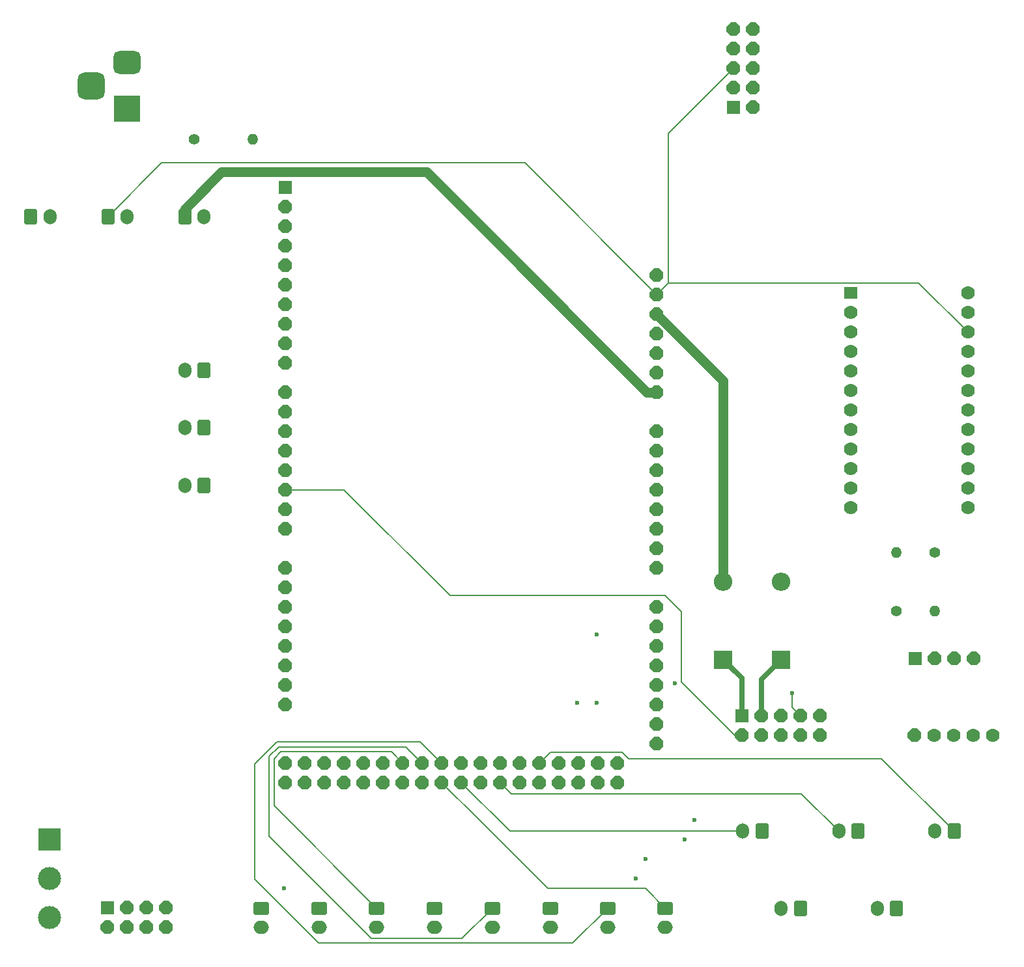
<source format=gbr>
%TF.GenerationSoftware,KiCad,Pcbnew,8.0.4*%
%TF.CreationDate,2024-09-16T22:19:33-06:00*%
%TF.ProjectId,main V3b,6d61696e-2056-4336-922e-6b696361645f,rev?*%
%TF.SameCoordinates,Original*%
%TF.FileFunction,Copper,L3,Inr*%
%TF.FilePolarity,Positive*%
%FSLAX46Y46*%
G04 Gerber Fmt 4.6, Leading zero omitted, Abs format (unit mm)*
G04 Created by KiCad (PCBNEW 8.0.4) date 2024-09-16 22:19:33*
%MOMM*%
%LPD*%
G01*
G04 APERTURE LIST*
G04 Aperture macros list*
%AMRoundRect*
0 Rectangle with rounded corners*
0 $1 Rounding radius*
0 $2 $3 $4 $5 $6 $7 $8 $9 X,Y pos of 4 corners*
0 Add a 4 corners polygon primitive as box body*
4,1,4,$2,$3,$4,$5,$6,$7,$8,$9,$2,$3,0*
0 Add four circle primitives for the rounded corners*
1,1,$1+$1,$2,$3*
1,1,$1+$1,$4,$5*
1,1,$1+$1,$6,$7*
1,1,$1+$1,$8,$9*
0 Add four rect primitives between the rounded corners*
20,1,$1+$1,$2,$3,$4,$5,0*
20,1,$1+$1,$4,$5,$6,$7,0*
20,1,$1+$1,$6,$7,$8,$9,0*
20,1,$1+$1,$8,$9,$2,$3,0*%
%AMOutline5P*
0 Free polygon, 5 corners , with rotation*
0 The origin of the aperture is its center*
0 number of corners: always 5*
0 $1 to $10 corner X, Y*
0 $11 Rotation angle, in degrees counterclockwise*
0 create outline with 5 corners*
4,1,5,$1,$2,$3,$4,$5,$6,$7,$8,$9,$10,$1,$2,$11*%
%AMOutline6P*
0 Free polygon, 6 corners , with rotation*
0 The origin of the aperture is its center*
0 number of corners: always 6*
0 $1 to $12 corner X, Y*
0 $13 Rotation angle, in degrees counterclockwise*
0 create outline with 6 corners*
4,1,6,$1,$2,$3,$4,$5,$6,$7,$8,$9,$10,$11,$12,$1,$2,$13*%
%AMOutline7P*
0 Free polygon, 7 corners , with rotation*
0 The origin of the aperture is its center*
0 number of corners: always 7*
0 $1 to $14 corner X, Y*
0 $15 Rotation angle, in degrees counterclockwise*
0 create outline with 7 corners*
4,1,7,$1,$2,$3,$4,$5,$6,$7,$8,$9,$10,$11,$12,$13,$14,$1,$2,$15*%
%AMOutline8P*
0 Free polygon, 8 corners , with rotation*
0 The origin of the aperture is its center*
0 number of corners: always 8*
0 $1 to $16 corner X, Y*
0 $17 Rotation angle, in degrees counterclockwise*
0 create outline with 8 corners*
4,1,8,$1,$2,$3,$4,$5,$6,$7,$8,$9,$10,$11,$12,$13,$14,$15,$16,$1,$2,$17*%
G04 Aperture macros list end*
%TA.AperFunction,ComponentPad*%
%ADD10R,1.778000X1.778000*%
%TD*%
%TA.AperFunction,ComponentPad*%
%ADD11Outline8P,-0.889000X0.368236X-0.368236X0.889000X0.368236X0.889000X0.889000X0.368236X0.889000X-0.368236X0.368236X-0.889000X-0.368236X-0.889000X-0.889000X-0.368236X0.000000*%
%TD*%
%TA.AperFunction,ComponentPad*%
%ADD12R,3.500000X3.500000*%
%TD*%
%TA.AperFunction,ComponentPad*%
%ADD13RoundRect,0.750000X-1.000000X0.750000X-1.000000X-0.750000X1.000000X-0.750000X1.000000X0.750000X0*%
%TD*%
%TA.AperFunction,ComponentPad*%
%ADD14RoundRect,0.875000X-0.875000X0.875000X-0.875000X-0.875000X0.875000X-0.875000X0.875000X0.875000X0*%
%TD*%
%TA.AperFunction,ComponentPad*%
%ADD15RoundRect,0.250000X-0.750000X0.600000X-0.750000X-0.600000X0.750000X-0.600000X0.750000X0.600000X0*%
%TD*%
%TA.AperFunction,ComponentPad*%
%ADD16O,2.000000X1.700000*%
%TD*%
%TA.AperFunction,ComponentPad*%
%ADD17C,1.400000*%
%TD*%
%TA.AperFunction,ComponentPad*%
%ADD18O,1.400000X1.400000*%
%TD*%
%TA.AperFunction,ComponentPad*%
%ADD19Outline8P,-0.889000X0.368236X-0.368236X0.889000X0.368236X0.889000X0.889000X0.368236X0.889000X-0.368236X0.368236X-0.889000X-0.368236X-0.889000X-0.889000X-0.368236X90.000000*%
%TD*%
%TA.AperFunction,ComponentPad*%
%ADD20RoundRect,0.250000X-0.600000X-0.750000X0.600000X-0.750000X0.600000X0.750000X-0.600000X0.750000X0*%
%TD*%
%TA.AperFunction,ComponentPad*%
%ADD21O,1.700000X2.000000*%
%TD*%
%TA.AperFunction,ComponentPad*%
%ADD22RoundRect,0.250000X0.600000X0.750000X-0.600000X0.750000X-0.600000X-0.750000X0.600000X-0.750000X0*%
%TD*%
%TA.AperFunction,ComponentPad*%
%ADD23R,2.400000X2.400000*%
%TD*%
%TA.AperFunction,ComponentPad*%
%ADD24O,2.400000X2.400000*%
%TD*%
%TA.AperFunction,ComponentPad*%
%ADD25R,3.000000X3.000000*%
%TD*%
%TA.AperFunction,ComponentPad*%
%ADD26C,3.000000*%
%TD*%
%TA.AperFunction,ComponentPad*%
%ADD27Outline8P,-0.889000X0.368236X-0.368236X0.889000X0.368236X0.889000X0.889000X0.368236X0.889000X-0.368236X0.368236X-0.889000X-0.368236X-0.889000X-0.889000X-0.368236X180.000000*%
%TD*%
%TA.AperFunction,ComponentPad*%
%ADD28R,1.778000X1.524000*%
%TD*%
%TA.AperFunction,ComponentPad*%
%ADD29C,1.778000*%
%TD*%
%TA.AperFunction,ViaPad*%
%ADD30C,1.270000*%
%TD*%
%TA.AperFunction,ViaPad*%
%ADD31C,0.600000*%
%TD*%
%TA.AperFunction,Conductor*%
%ADD32C,1.270000*%
%TD*%
%TA.AperFunction,Conductor*%
%ADD33C,0.635000*%
%TD*%
%TA.AperFunction,Conductor*%
%ADD34C,0.200000*%
%TD*%
G04 APERTURE END LIST*
D10*
%TO.N,Net-(R2-Pad1)*%
%TO.C,U$2*%
X184960000Y-125000000D03*
D11*
%TO.N,Net-(R3-Pad2)*%
X187500000Y-125000000D03*
%TO.N,GND*%
X190040000Y-125000000D03*
%TO.N,/5V*%
X192580000Y-125000000D03*
%TD*%
D12*
%TO.N,/RAW_IN*%
%TO.C,J1*%
X82500000Y-53500000D03*
D13*
%TO.N,unconnected-(J1-Pad2)*%
X82500000Y-47500000D03*
D14*
%TO.N,GND*%
X77800000Y-50500000D03*
%TD*%
D15*
%TO.N,Net-(SW6A-S)*%
%TO.C,SW6*%
X137500000Y-157500000D03*
D16*
%TO.N,GND*%
X137500000Y-160000000D03*
%TD*%
D15*
%TO.N,Net-(SW4A-S)*%
%TO.C,SW4*%
X122450000Y-157500000D03*
D16*
%TO.N,GND*%
X122450000Y-160000000D03*
%TD*%
D15*
%TO.N,Net-(SW1A-S)*%
%TO.C,SW1*%
X99950000Y-157500000D03*
D16*
%TO.N,GND*%
X99950000Y-160000000D03*
%TD*%
D17*
%TO.N,Net-(R2-Pad1)*%
%TO.C,R2*%
X182500000Y-118810000D03*
D18*
%TO.N,/5V*%
X182500000Y-111190000D03*
%TD*%
D19*
%TO.N,unconnected-(1-Pad3V3)*%
%TO.C,1*%
X163830000Y-43180000D03*
%TO.N,/5V*%
X161290000Y-43180000D03*
D10*
%TO.N,GND*%
X161290000Y-53340000D03*
D19*
X161290000Y-45720000D03*
%TO.N,unconnected-(1-PadINT)*%
X161290000Y-50800000D03*
%TO.N,Net-(U1-12)*%
X163830000Y-45720000D03*
%TO.N,Net-(U1-11)*%
X163830000Y-48260000D03*
%TO.N,/RESET*%
X161290000Y-48260000D03*
%TO.N,Net-(U1-13)*%
X163830000Y-53340000D03*
%TO.N,Net-(U1-10)*%
X163830000Y-50800000D03*
%TD*%
D20*
%TO.N,/5V*%
%TO.C,POWER_LED0*%
X90000000Y-67500000D03*
D21*
%TO.N,Net-(POWER_LED0B-S)*%
X92500000Y-67500000D03*
%TD*%
D22*
%TO.N,Net-(JACK_CON3A-S)*%
%TO.C,JACK_CON3*%
X177500000Y-147500000D03*
D21*
%TO.N,Net-(JACK_CON3B-S)*%
X175000000Y-147500000D03*
%TD*%
D22*
%TO.N,Net-(JACK_CON1A-S)*%
%TO.C,JACK_CON1*%
X165000000Y-147500000D03*
D21*
%TO.N,Net-(JACK_CON1B-S)*%
X162500000Y-147500000D03*
%TD*%
D10*
%TO.N,Net-(D2-K)*%
%TO.C,U$3*%
X162380000Y-132460000D03*
D11*
%TO.N,Net-(D1-K)*%
X164920000Y-132460000D03*
%TO.N,GND*%
X167460000Y-132460000D03*
%TO.N,/MISO*%
X172540000Y-135000000D03*
%TO.N,/MOSI*%
X172540000Y-132460000D03*
%TO.N,/SCK*%
X170000000Y-132460000D03*
%TO.N,/D48*%
X170000000Y-135000000D03*
%TO.N,/D2*%
X162380000Y-135000000D03*
%TO.N,/D53*%
X167460000Y-135000000D03*
%TO.N,Net-(U$1-PadD49)*%
X164920000Y-135000000D03*
%TD*%
D22*
%TO.N,Net-(SECTION_2_BUTTON0A-KL)*%
%TO.C,SECTION_2_BUTTON0*%
X92500000Y-95000000D03*
D21*
%TO.N,GND*%
X90000000Y-95000000D03*
%TD*%
D15*
%TO.N,Net-(SW5A-S)*%
%TO.C,SW5*%
X129950000Y-157500000D03*
D16*
%TO.N,GND*%
X129950000Y-160000000D03*
%TD*%
D20*
%TO.N,/RESET*%
%TO.C,RESET0*%
X80000000Y-67500000D03*
D21*
%TO.N,GND*%
X82500000Y-67500000D03*
%TD*%
D20*
%TO.N,/RAW_IN*%
%TO.C,PWR_IN0*%
X70000000Y-67500000D03*
D21*
%TO.N,/5V*%
X72500000Y-67500000D03*
%TD*%
D23*
%TO.N,Net-(D2-K)*%
%TO.C,D2*%
X160000000Y-125160000D03*
D24*
%TO.N,/3V3*%
X160000000Y-115000000D03*
%TD*%
D15*
%TO.N,Net-(SW3A-S)*%
%TO.C,SW3*%
X114950000Y-157500000D03*
D16*
%TO.N,GND*%
X114950000Y-160000000D03*
%TD*%
D22*
%TO.N,Net-(JACK_CON5A-S)*%
%TO.C,JACK_CON5*%
X190000000Y-147500000D03*
D21*
%TO.N,Net-(JACK_CON5B-S)*%
X187500000Y-147500000D03*
%TD*%
D15*
%TO.N,Net-(SW2A-S)*%
%TO.C,SW2*%
X107450000Y-157500000D03*
D16*
%TO.N,GND*%
X107450000Y-160000000D03*
%TD*%
D17*
%TO.N,Net-(POWER_LED0B-S)*%
%TO.C,R1*%
X91190000Y-57500000D03*
D18*
%TO.N,GND*%
X98810000Y-57500000D03*
%TD*%
D15*
%TO.N,Net-(SW8A-S)*%
%TO.C,SW8*%
X152450000Y-157500000D03*
D16*
%TO.N,GND*%
X152450000Y-160000000D03*
%TD*%
D10*
%TO.N,Net-(U$1-PadD22)*%
%TO.C,U$4*%
X79960000Y-157460000D03*
D11*
%TO.N,Net-(U$1-PadD23)*%
X82500000Y-157460000D03*
%TO.N,Net-(U$1-PadD24)*%
X85040000Y-157460000D03*
%TO.N,Net-(U$1-PadD25)*%
X87580000Y-157460000D03*
%TO.N,Net-(U$1-PadD26)*%
X79960000Y-160000000D03*
%TO.N,Net-(U$1-PadD27)*%
X82500000Y-160000000D03*
%TO.N,Net-(U$1-PadD28)*%
X85040000Y-160000000D03*
%TO.N,/D29*%
X87580000Y-160000000D03*
%TD*%
D15*
%TO.N,Net-(SW7A-S)*%
%TO.C,SW7*%
X144950000Y-157500000D03*
D16*
%TO.N,GND*%
X144950000Y-160000000D03*
%TD*%
D25*
%TO.N,/5V*%
%TO.C,X1*%
X72390000Y-148590000D03*
D26*
%TO.N,Net-(X1B-KL)*%
X72390000Y-153670000D03*
%TO.N,GND*%
X72390000Y-158750000D03*
%TD*%
D27*
%TO.N,/3V3*%
%TO.C,U$1*%
X151328500Y-80210000D03*
%TO.N,Net-(U$1-5V-Pad5V@1)*%
X151328500Y-82750000D03*
X103068500Y-138630000D03*
X103068500Y-141170000D03*
%TO.N,unconnected-(U$1-PadA0)*%
X151328500Y-95450000D03*
%TO.N,unconnected-(U$1-PadA1)*%
X151328500Y-97990000D03*
%TO.N,unconnected-(U$1-PadA2)*%
X151328500Y-100530000D03*
%TO.N,unconnected-(U$1-PadA3)*%
X151328500Y-103070000D03*
%TO.N,unconnected-(U$1-PadA4)*%
X151328500Y-105610000D03*
%TO.N,unconnected-(U$1-PadA5)*%
X151328500Y-108150000D03*
%TO.N,unconnected-(U$1-PadA6)*%
X151328500Y-110690000D03*
%TO.N,unconnected-(U$1-PadA7)*%
X151328500Y-113230000D03*
%TO.N,unconnected-(U$1-PadA8)*%
X151328500Y-118310000D03*
%TO.N,unconnected-(U$1-PadA9)*%
X151328500Y-120850000D03*
%TO.N,unconnected-(U$1-PadA10)*%
X151328500Y-123390000D03*
%TO.N,unconnected-(U$1-PadA11)*%
X151328500Y-125930000D03*
%TO.N,unconnected-(U$1-PadA12)*%
X151328500Y-128470000D03*
%TO.N,unconnected-(U$1-PadA13)*%
X151328500Y-131010000D03*
%TO.N,unconnected-(U$1-PadA14)*%
X151328500Y-133550000D03*
%TO.N,unconnected-(U$1-PadA15)*%
X151328500Y-136090000D03*
%TO.N,unconnected-(U$1-PadAREF)*%
X103068500Y-68780000D03*
%TO.N,Net-(U1-TXD)*%
X103068500Y-108150000D03*
%TO.N,Net-(U1-RXI)*%
X103068500Y-105610000D03*
%TO.N,/D2*%
X103068500Y-103070000D03*
%TO.N,unconnected-(U$1-PadD3)*%
X103068500Y-100530000D03*
%TO.N,Net-(R2-Pad1)*%
X103068500Y-97990000D03*
%TO.N,Net-(R3-Pad2)*%
X103068500Y-95450000D03*
%TO.N,unconnected-(U$1-PadD6)*%
X103068500Y-92910000D03*
%TO.N,unconnected-(U$1-PadD7)*%
X103068500Y-90370000D03*
%TO.N,Net-(X1B-KL)*%
X103068500Y-86560000D03*
%TO.N,Net-(SECTION_1_BUTTON0A-KL)*%
X103068500Y-84020000D03*
%TO.N,Net-(SECTION_2_BUTTON0A-KL)*%
X103068500Y-81480000D03*
%TO.N,Net-(SECTION_3_BUTTON0A-KL)*%
X103068500Y-78940000D03*
%TO.N,unconnected-(U$1-PadD12)*%
X103068500Y-76400000D03*
%TO.N,unconnected-(U$1-PadD13)*%
X103068500Y-73860000D03*
%TO.N,unconnected-(U$1-PadD14)*%
X103068500Y-113230000D03*
%TO.N,unconnected-(U$1-PadD15)*%
X103068500Y-115770000D03*
%TO.N,unconnected-(U$1-PadD16)*%
X103068500Y-118310000D03*
%TO.N,unconnected-(U$1-PadD17)*%
X103068500Y-120850000D03*
%TO.N,unconnected-(U$1-PadD18)*%
X103068500Y-123390000D03*
%TO.N,unconnected-(U$1-PadD19)*%
X103068500Y-125930000D03*
%TO.N,Net-(U$1-PadD20)*%
X103068500Y-128470000D03*
%TO.N,/D21*%
X103068500Y-131010000D03*
%TO.N,Net-(U$1-PadD22)*%
X105608500Y-138630000D03*
%TO.N,Net-(U$1-PadD23)*%
X105608500Y-141170000D03*
%TO.N,Net-(U$1-PadD24)*%
X108148500Y-138630000D03*
%TO.N,Net-(U$1-PadD25)*%
X108148500Y-141170000D03*
%TO.N,Net-(U$1-PadD26)*%
X110688500Y-138630000D03*
%TO.N,Net-(U$1-PadD27)*%
X110688500Y-141170000D03*
%TO.N,Net-(U$1-PadD28)*%
X113228500Y-138630000D03*
%TO.N,/D29*%
X113228500Y-141170000D03*
%TO.N,Net-(SW1A-S)*%
X115768500Y-138630000D03*
%TO.N,Net-(SW2A-S)*%
X115768500Y-141170000D03*
%TO.N,Net-(SW3A-S)*%
X118308500Y-138630000D03*
%TO.N,Net-(SW4A-S)*%
X118308500Y-141170000D03*
%TO.N,Net-(SW5A-S)*%
X120848500Y-138630000D03*
%TO.N,Net-(SW6A-S)*%
X120848500Y-141170000D03*
%TO.N,Net-(SW7A-S)*%
X123388500Y-138630000D03*
%TO.N,Net-(SW8A-S)*%
X123388500Y-141170000D03*
%TO.N,Net-(JACK_CON1A-S)*%
X125928500Y-138630000D03*
%TO.N,Net-(JACK_CON1B-S)*%
X125928500Y-141170000D03*
%TO.N,Net-(JACK_CON2A-S)*%
X128468500Y-138630000D03*
%TO.N,Net-(JACK_CON2B-S)*%
X128468500Y-141170000D03*
%TO.N,Net-(JACK_CON3A-S)*%
X131008500Y-138630000D03*
%TO.N,Net-(JACK_CON3B-S)*%
X131008500Y-141170000D03*
%TO.N,Net-(JACK_CON4A-S)*%
X133548500Y-138630000D03*
%TO.N,Net-(JACK_CON4B-S)*%
X133548500Y-141170000D03*
%TO.N,Net-(JACK_CON5A-S)*%
X136088500Y-138630000D03*
%TO.N,Net-(JACK_CON5B-S)*%
X136088500Y-141170000D03*
%TO.N,/D48*%
X138628500Y-138630000D03*
%TO.N,Net-(U$1-PadD49)*%
X138628500Y-141170000D03*
%TO.N,/MISO*%
X141168500Y-138630000D03*
%TO.N,/MOSI*%
X141168500Y-141170000D03*
%TO.N,/SCK*%
X143708500Y-138630000D03*
%TO.N,/D53*%
X143708500Y-141170000D03*
%TO.N,GND*%
X103068500Y-71320000D03*
X151328500Y-87830000D03*
X151328500Y-85290000D03*
X146248500Y-138630000D03*
X146248500Y-141170000D03*
%TO.N,unconnected-(U$1-PadIOREF)*%
X151328500Y-75130000D03*
%TO.N,/RESET*%
X151328500Y-77670000D03*
D10*
%TO.N,unconnected-(U$1-PadSCL)*%
X103068500Y-63700000D03*
D27*
%TO.N,unconnected-(U$1-PadSDA)*%
X103068500Y-66240000D03*
%TO.N,/5V*%
X151328500Y-90370000D03*
%TD*%
D22*
%TO.N,Net-(JACK_CON2A-S)*%
%TO.C,JACK_CON2*%
X170000000Y-157500000D03*
D21*
%TO.N,Net-(JACK_CON2B-S)*%
X167500000Y-157500000D03*
%TD*%
D22*
%TO.N,Net-(SECTION_1_BUTTON0A-KL)*%
%TO.C,SECTION_1_BUTTON0*%
X92500000Y-102500000D03*
D21*
%TO.N,GND*%
X90000000Y-102500000D03*
%TD*%
D28*
%TO.N,Net-(U1-TXD)*%
%TO.C,U1*%
X176530000Y-77470000D03*
D29*
%TO.N,Net-(U1-RXI)*%
X176530000Y-80010000D03*
%TO.N,unconnected-(U1-GND{slash}RST-Pad2)*%
X176530000Y-82550000D03*
%TO.N,unconnected-(U1-GND-Pad3)*%
X176530000Y-85090000D03*
%TO.N,unconnected-(U1-2-Pad4)*%
X176530000Y-87630000D03*
%TO.N,unconnected-(U1-3-Pad5)*%
X176530000Y-90170000D03*
%TO.N,unconnected-(U1-4-Pad6)*%
X176530000Y-92710000D03*
%TO.N,unconnected-(U1-5-Pad7)*%
X176530000Y-95250000D03*
%TO.N,unconnected-(U1-6-Pad8)*%
X176530000Y-97790000D03*
%TO.N,unconnected-(U1-7-Pad9)*%
X176530000Y-100330000D03*
%TO.N,unconnected-(U1-8-Pad10)*%
X176530000Y-102870000D03*
%TO.N,unconnected-(U1-9-Pad11)*%
X176530000Y-105410000D03*
%TO.N,Net-(U1-10)*%
X191770000Y-105410000D03*
%TO.N,Net-(U1-11)*%
X191770000Y-102870000D03*
%TO.N,Net-(U1-12)*%
X191770000Y-100330000D03*
%TO.N,Net-(U1-13)*%
X191770000Y-97790000D03*
%TO.N,unconnected-(U1-A0-Pad16)*%
X191770000Y-95250000D03*
%TO.N,unconnected-(U1-A1-Pad17)*%
X191770000Y-92710000D03*
%TO.N,unconnected-(U1-A2-Pad18)*%
X191770000Y-90170000D03*
%TO.N,unconnected-(U1-A3-Pad19)*%
X191770000Y-87630000D03*
%TO.N,/5V*%
X191770000Y-85090000D03*
%TO.N,/RESET*%
X191770000Y-82550000D03*
%TO.N,GND*%
X191770000Y-80010000D03*
%TO.N,unconnected-(U1-RAW-Pad23)*%
X191770000Y-77470000D03*
%TD*%
D22*
%TO.N,Net-(JACK_CON4A-S)*%
%TO.C,JACK_CON4*%
X182500000Y-157500000D03*
D21*
%TO.N,Net-(JACK_CON4B-S)*%
X180000000Y-157500000D03*
%TD*%
D17*
%TO.N,/5V*%
%TO.C,R3*%
X187500000Y-111190000D03*
D18*
%TO.N,Net-(R3-Pad2)*%
X187500000Y-118810000D03*
%TD*%
D29*
%TO.N,/5V*%
%TO.C,U$5*%
X192500000Y-135000000D03*
D11*
%TO.N,/D21*%
X184880000Y-135000000D03*
D29*
%TO.N,Net-(U$1-PadD20)*%
X187420000Y-135000000D03*
%TO.N,GND*%
X195040000Y-135000000D03*
%TO.N,unconnected-(U$5-PadSW)*%
X189960000Y-135000000D03*
%TD*%
D22*
%TO.N,Net-(SECTION_3_BUTTON0A-KL)*%
%TO.C,SECTION_3_BUTTON0*%
X92500000Y-87500000D03*
D21*
%TO.N,GND*%
X90000000Y-87500000D03*
%TD*%
D23*
%TO.N,Net-(D1-K)*%
%TO.C,D1*%
X167500000Y-125160000D03*
D24*
%TO.N,/5V*%
X167500000Y-115000000D03*
%TD*%
D30*
%TO.N,/5V*%
X123190000Y-63500000D03*
D31*
%TO.N,Net-(JACK_CON5B-S)*%
X148590000Y-153670000D03*
%TO.N,/SCK*%
X143510000Y-121920000D03*
X168910000Y-129540000D03*
X143510000Y-130810000D03*
%TO.N,/MOSI*%
X154940000Y-148590000D03*
%TO.N,/D48*%
X153670000Y-128270000D03*
%TO.N,Net-(U$1-5V-Pad5V@1)*%
X102870000Y-154940000D03*
%TO.N,/D53*%
X156210000Y-146050000D03*
%TO.N,/MISO*%
X140970000Y-130810000D03*
%TO.N,Net-(U$1-PadD49)*%
X149860000Y-151130000D03*
%TD*%
D32*
%TO.N,/5V*%
X90000000Y-67500000D02*
X90000000Y-66500000D01*
X90000000Y-66500000D02*
X94781200Y-61718800D01*
X121408800Y-61718800D02*
X123190000Y-63500000D01*
X150060000Y-90370000D02*
X151328500Y-90370000D01*
X123190000Y-63500000D02*
X150060000Y-90370000D01*
X94781200Y-61718800D02*
X121408800Y-61718800D01*
D33*
%TO.N,Net-(D1-K)*%
X164920000Y-127740000D02*
X167500000Y-125160000D01*
X164920000Y-132460000D02*
X164920000Y-127740000D01*
%TO.N,Net-(D2-K)*%
X162380000Y-127540000D02*
X160000000Y-125160000D01*
X162380000Y-132460000D02*
X162380000Y-127540000D01*
D32*
%TO.N,/3V3*%
X160000000Y-115000000D02*
X160000000Y-88881500D01*
X160000000Y-88881500D02*
X151328500Y-80210000D01*
D34*
%TO.N,Net-(JACK_CON1A-S)*%
X165000000Y-147420000D02*
X165100000Y-147320000D01*
X165000000Y-147500000D02*
X165000000Y-147420000D01*
%TO.N,Net-(JACK_CON1B-S)*%
X132258500Y-147500000D02*
X162500000Y-147500000D01*
X125928500Y-141170000D02*
X132258500Y-147500000D01*
%TO.N,Net-(JACK_CON2B-S)*%
X128468500Y-141168500D02*
X128270000Y-140970000D01*
X128468500Y-141170000D02*
X128468500Y-141168500D01*
%TO.N,Net-(JACK_CON3B-S)*%
X131008500Y-141170000D02*
X132454700Y-142616200D01*
X132454700Y-142616200D02*
X170116200Y-142616200D01*
X170116200Y-142616200D02*
X175000000Y-147500000D01*
%TO.N,Net-(JACK_CON5A-S)*%
X137534700Y-137183800D02*
X136088500Y-138630000D01*
X190000000Y-147500000D02*
X180530964Y-138030964D01*
X147694700Y-138030964D02*
X146847536Y-137183800D01*
X146847536Y-137183800D02*
X137534700Y-137183800D01*
X180530964Y-138030964D02*
X147694700Y-138030964D01*
%TO.N,/RESET*%
X152847700Y-76150800D02*
X152847700Y-56702300D01*
X152847700Y-76150800D02*
X185370800Y-76150800D01*
X134185100Y-60526600D02*
X151328500Y-77670000D01*
X152847700Y-56702300D02*
X161290000Y-48260000D01*
X86973400Y-60526600D02*
X134185100Y-60526600D01*
X151328500Y-77670000D02*
X152847700Y-76150800D01*
X185370800Y-76150800D02*
X191770000Y-82550000D01*
X80000000Y-67500000D02*
X86973400Y-60526600D01*
%TO.N,Net-(SW3A-S)*%
X101622300Y-144172300D02*
X101622300Y-138030964D01*
X114950000Y-157500000D02*
X101622300Y-144172300D01*
X102493264Y-137160000D02*
X116838500Y-137160000D01*
X116838500Y-137160000D02*
X118308500Y-138630000D01*
X101622300Y-138030964D02*
X102493264Y-137160000D01*
%TO.N,Net-(SW5A-S)*%
X118722800Y-136502800D02*
X120848500Y-138628500D01*
X114217119Y-161407200D02*
X100965100Y-148155181D01*
X102221042Y-136502800D02*
X118722800Y-136502800D01*
X129950000Y-157500000D02*
X126042800Y-161407200D01*
X100965100Y-137758742D02*
X102221042Y-136502800D01*
X120848500Y-138628500D02*
X120848500Y-138630000D01*
X126042800Y-161407200D02*
X114217119Y-161407200D01*
X100965100Y-148155181D02*
X100965100Y-137758742D01*
%TO.N,Net-(SW7A-S)*%
X120604100Y-135845600D02*
X123388500Y-138630000D01*
X101948820Y-135845600D02*
X120604100Y-135845600D01*
X107374319Y-162064400D02*
X99060000Y-153750081D01*
X99060000Y-153750081D02*
X99060000Y-138734420D01*
X140385600Y-162064400D02*
X107374319Y-162064400D01*
X99060000Y-138734420D02*
X101948820Y-135845600D01*
X144950000Y-157500000D02*
X140385600Y-162064400D01*
%TO.N,Net-(SW8A-S)*%
X128268500Y-146050000D02*
X128270000Y-146050000D01*
X128268500Y-146050000D02*
X123388500Y-141170000D01*
X137160000Y-154940000D02*
X149890000Y-154940000D01*
X149890000Y-154940000D02*
X152450000Y-157500000D01*
X128270000Y-146050000D02*
X137160000Y-154940000D01*
%TO.N,/SCK*%
X168910000Y-129540000D02*
X168910000Y-131370000D01*
X168910000Y-131370000D02*
X170000000Y-132460000D01*
%TO.N,/D2*%
X154527200Y-128036200D02*
X154527200Y-118967200D01*
X110690000Y-103070000D02*
X103068500Y-103070000D01*
X161491000Y-135000000D02*
X154527200Y-128036200D01*
X154527200Y-118967200D02*
X152400000Y-116840000D01*
X124460000Y-116840000D02*
X110690000Y-103070000D01*
X152400000Y-116840000D02*
X124460000Y-116840000D01*
X162380000Y-135000000D02*
X161491000Y-135000000D01*
%TO.N,Net-(U$1-PadD49)*%
X138628500Y-141170000D02*
X138430000Y-140971500D01*
X138430000Y-140971500D02*
X138430000Y-140970000D01*
%TD*%
M02*

</source>
